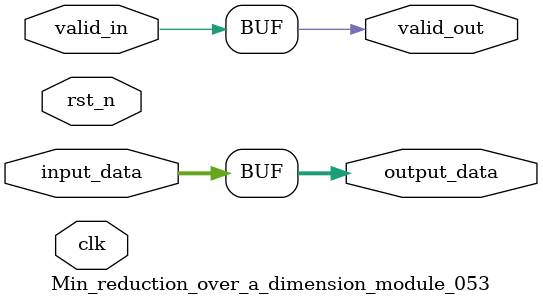
<source format=v>

module Min_reduction_over_a_dimension_module_053 (
    input clk,
    input rst_n,
    input valid_in,
    output valid_out,
    // Add specific ports based on operator type
    input [31:0] input_data,
    output [31:0] output_data
);

    // Module implementation would go here
    // This is a template - actual implementation depends on the operator
    
        // Generic operator implementation
    assign output_data = input_data; // Placeholder
    assign valid_out = valid_in;

endmodule

</source>
